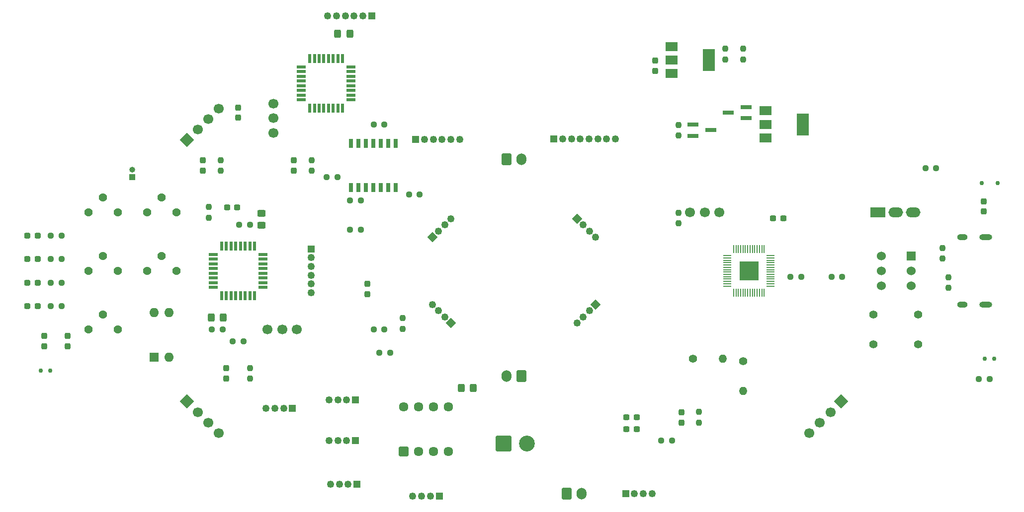
<source format=gts>
%TF.GenerationSoftware,KiCad,Pcbnew,(6.0.9)*%
%TF.CreationDate,2022-12-21T05:14:32+09:00*%
%TF.ProjectId,main,6d61696e-2e6b-4696-9361-645f70636258,rev?*%
%TF.SameCoordinates,Original*%
%TF.FileFunction,Soldermask,Top*%
%TF.FilePolarity,Negative*%
%FSLAX46Y46*%
G04 Gerber Fmt 4.6, Leading zero omitted, Abs format (unit mm)*
G04 Created by KiCad (PCBNEW (6.0.9)) date 2022-12-21 05:14:32*
%MOMM*%
%LPD*%
G01*
G04 APERTURE LIST*
G04 Aperture macros list*
%AMRoundRect*
0 Rectangle with rounded corners*
0 $1 Rounding radius*
0 $2 $3 $4 $5 $6 $7 $8 $9 X,Y pos of 4 corners*
0 Add a 4 corners polygon primitive as box body*
4,1,4,$2,$3,$4,$5,$6,$7,$8,$9,$2,$3,0*
0 Add four circle primitives for the rounded corners*
1,1,$1+$1,$2,$3*
1,1,$1+$1,$4,$5*
1,1,$1+$1,$6,$7*
1,1,$1+$1,$8,$9*
0 Add four rect primitives between the rounded corners*
20,1,$1+$1,$2,$3,$4,$5,0*
20,1,$1+$1,$4,$5,$6,$7,0*
20,1,$1+$1,$6,$7,$8,$9,0*
20,1,$1+$1,$8,$9,$2,$3,0*%
%AMHorizOval*
0 Thick line with rounded ends*
0 $1 width*
0 $2 $3 position (X,Y) of the first rounded end (center of the circle)*
0 $4 $5 position (X,Y) of the second rounded end (center of the circle)*
0 Add line between two ends*
20,1,$1,$2,$3,$4,$5,0*
0 Add two circle primitives to create the rounded ends*
1,1,$1,$2,$3*
1,1,$1,$4,$5*%
%AMRotRect*
0 Rectangle, with rotation*
0 The origin of the aperture is its center*
0 $1 length*
0 $2 width*
0 $3 Rotation angle, in degrees counterclockwise*
0 Add horizontal line*
21,1,$1,$2,0,0,$3*%
G04 Aperture macros list end*
%ADD10RoundRect,0.237500X-0.237500X0.250000X-0.237500X-0.250000X0.237500X-0.250000X0.237500X0.250000X0*%
%ADD11R,2.500000X1.700000*%
%ADD12O,2.500000X1.700000*%
%ADD13C,1.431000*%
%ADD14R,1.250000X1.250000*%
%ADD15C,1.250000*%
%ADD16RoundRect,0.250000X-0.600000X-0.750000X0.600000X-0.750000X0.600000X0.750000X-0.600000X0.750000X0*%
%ADD17O,1.700000X2.000000*%
%ADD18RoundRect,0.237500X0.237500X-0.287500X0.237500X0.287500X-0.237500X0.287500X-0.237500X-0.287500X0*%
%ADD19RoundRect,0.237500X-0.300000X-0.237500X0.300000X-0.237500X0.300000X0.237500X-0.300000X0.237500X0*%
%ADD20RoundRect,0.237500X0.287500X0.237500X-0.287500X0.237500X-0.287500X-0.237500X0.287500X-0.237500X0*%
%ADD21R,2.000000X1.500000*%
%ADD22R,2.000000X3.800000*%
%ADD23RoundRect,0.237500X0.237500X-0.250000X0.237500X0.250000X-0.237500X0.250000X-0.237500X-0.250000X0*%
%ADD24R,1.524000X1.524000*%
%ADD25C,1.524000*%
%ADD26RoundRect,0.250000X0.450000X-0.325000X0.450000X0.325000X-0.450000X0.325000X-0.450000X-0.325000X0*%
%ADD27RoundRect,0.237500X0.250000X0.237500X-0.250000X0.237500X-0.250000X-0.237500X0.250000X-0.237500X0*%
%ADD28RoundRect,0.250001X-1.099999X-1.099999X1.099999X-1.099999X1.099999X1.099999X-1.099999X1.099999X0*%
%ADD29C,2.700000*%
%ADD30RoundRect,0.237500X-0.237500X0.300000X-0.237500X-0.300000X0.237500X-0.300000X0.237500X0.300000X0*%
%ADD31RotRect,1.250000X1.250000X315.000000*%
%ADD32RoundRect,0.237500X-0.250000X-0.237500X0.250000X-0.237500X0.250000X0.237500X-0.250000X0.237500X0*%
%ADD33RoundRect,0.250000X0.325000X0.450000X-0.325000X0.450000X-0.325000X-0.450000X0.325000X-0.450000X0*%
%ADD34R,1.600000X1.600000*%
%ADD35O,1.600000X1.600000*%
%ADD36RoundRect,0.237500X-0.237500X0.287500X-0.237500X-0.287500X0.237500X-0.287500X0.237500X0.287500X0*%
%ADD37R,1.900000X0.800000*%
%ADD38RoundRect,0.250000X0.600000X0.750000X-0.600000X0.750000X-0.600000X-0.750000X0.600000X-0.750000X0*%
%ADD39C,1.400000*%
%ADD40O,1.400000X1.400000*%
%ADD41C,1.397000*%
%ADD42RotRect,1.250000X1.250000X225.000000*%
%ADD43R,1.000000X1.000000*%
%ADD44O,1.000000X1.000000*%
%ADD45RoundRect,0.237500X0.300000X0.237500X-0.300000X0.237500X-0.300000X-0.237500X0.300000X-0.237500X0*%
%ADD46RoundRect,0.101600X0.704800X-0.704800X0.704800X0.704800X-0.704800X0.704800X-0.704800X-0.704800X0*%
%ADD47C,1.612800*%
%ADD48RoundRect,0.237500X0.237500X-0.300000X0.237500X0.300000X-0.237500X0.300000X-0.237500X-0.300000X0*%
%ADD49R,0.698500X1.597660*%
%ADD50RotRect,1.250000X1.250000X135.000000*%
%ADD51R,0.550000X1.600000*%
%ADD52R,1.600000X0.550000*%
%ADD53RotRect,1.250000X1.250000X45.000000*%
%ADD54R,0.200000X1.350000*%
%ADD55R,1.350000X0.200000*%
%ADD56R,3.200000X3.200000*%
%ADD57C,0.750000*%
%ADD58RotRect,1.700000X1.700000X135.000000*%
%ADD59HorizOval,1.700000X0.000000X0.000000X0.000000X0.000000X0*%
%ADD60RotRect,1.700000X1.700000X225.000000*%
%ADD61HorizOval,1.700000X0.000000X0.000000X0.000000X0.000000X0*%
%ADD62C,1.700000*%
%ADD63RotRect,1.700000X1.700000X315.000000*%
%ADD64HorizOval,1.700000X0.000000X0.000000X0.000000X0.000000X0*%
%ADD65O,1.800000X1.000000*%
%ADD66O,2.200000X1.000000*%
G04 APERTURE END LIST*
D10*
%TO.C,R20*%
X105000000Y-116587500D03*
X105000000Y-118412500D03*
%TD*%
D11*
%TO.C,SW5*%
X212000000Y-90000000D03*
D12*
X215000000Y-90000000D03*
X218000000Y-90000000D03*
%TD*%
D13*
%TO.C,RV2*%
X87500000Y-90000000D03*
X90000000Y-87500000D03*
X92500000Y-90000000D03*
%TD*%
D10*
%TO.C,R28*%
X115500000Y-81087500D03*
X115500000Y-82912500D03*
%TD*%
D14*
%TO.C,J17*%
X115450000Y-96250000D03*
D15*
X115450000Y-97750000D03*
X115450000Y-99250000D03*
X115450000Y-100750000D03*
X115450000Y-102250000D03*
X115450000Y-103750000D03*
%TD*%
D16*
%TO.C,J8*%
X148750000Y-81000000D03*
D17*
X151250000Y-81000000D03*
%TD*%
D18*
%TO.C,D4*%
X178500000Y-125875000D03*
X178500000Y-124125000D03*
%TD*%
D19*
%TO.C,C5*%
X169137500Y-127000000D03*
X170862500Y-127000000D03*
%TD*%
D20*
%TO.C,D15*%
X68875000Y-102000000D03*
X67125000Y-102000000D03*
%TD*%
D21*
%TO.C,U1*%
X176850000Y-61700000D03*
D22*
X183150000Y-64000000D03*
D21*
X176850000Y-64000000D03*
X176850000Y-66300000D03*
%TD*%
D23*
%TO.C,R23*%
X100000000Y-82912500D03*
X100000000Y-81087500D03*
%TD*%
D10*
%TO.C,R31*%
X186000000Y-62087500D03*
X186000000Y-63912500D03*
%TD*%
D24*
%TO.C,SW6*%
X217645000Y-97460000D03*
D25*
X217645000Y-100000000D03*
X217645000Y-102540000D03*
X212565000Y-97460000D03*
X212565000Y-100000000D03*
X212565000Y-102540000D03*
%TD*%
D26*
%TO.C,D5*%
X107000000Y-92200000D03*
X107000000Y-90150000D03*
%TD*%
D27*
%TO.C,R7*%
X221912500Y-82500000D03*
X220087500Y-82500000D03*
%TD*%
D14*
%TO.C,J14*%
X123000000Y-122000000D03*
D15*
X121500000Y-122000000D03*
X120000000Y-122000000D03*
X118500000Y-122000000D03*
%TD*%
D28*
%TO.C,J5*%
X148242500Y-129450000D03*
D29*
X152202500Y-129450000D03*
%TD*%
D30*
%TO.C,C10*%
X70000000Y-111137500D03*
X70000000Y-112862500D03*
%TD*%
D31*
%TO.C,J20*%
X139272800Y-108909200D03*
D15*
X138212140Y-107848540D03*
X137151480Y-106787880D03*
X136090819Y-105727219D03*
%TD*%
D32*
%TO.C,R14*%
X122087500Y-88000000D03*
X123912500Y-88000000D03*
%TD*%
D33*
%TO.C,D8*%
X100455000Y-107960000D03*
X98405000Y-107960000D03*
%TD*%
D34*
%TO.C,SW7*%
X88725000Y-114767500D03*
D35*
X91265000Y-114767500D03*
X91265000Y-107147500D03*
X88725000Y-107147500D03*
%TD*%
D10*
%TO.C,R41*%
X131000000Y-108087500D03*
X131000000Y-109912500D03*
%TD*%
D23*
%TO.C,R15*%
X181500000Y-125912500D03*
X181500000Y-124087500D03*
%TD*%
D32*
%TO.C,R34*%
X204087500Y-101000000D03*
X205912500Y-101000000D03*
%TD*%
D36*
%TO.C,D9*%
X112500000Y-81125000D03*
X112500000Y-82875000D03*
%TD*%
D18*
%TO.C,D7*%
X97000000Y-82875000D03*
X97000000Y-81125000D03*
%TD*%
D37*
%TO.C,Q1*%
X189500000Y-73950000D03*
X189500000Y-72050000D03*
X186500000Y-73000000D03*
%TD*%
D38*
%TO.C,J9*%
X151250000Y-118000000D03*
D17*
X148750000Y-118000000D03*
%TD*%
D32*
%TO.C,R8*%
X122087500Y-93000000D03*
X123912500Y-93000000D03*
%TD*%
D16*
%TO.C,J15*%
X159000000Y-138000000D03*
D17*
X161500000Y-138000000D03*
%TD*%
D13*
%TO.C,RV5*%
X77500000Y-110000000D03*
X80000000Y-107500000D03*
X82500000Y-110000000D03*
%TD*%
D27*
%TO.C,R39*%
X127912500Y-110000000D03*
X126087500Y-110000000D03*
%TD*%
%TO.C,R43*%
X72912500Y-98000000D03*
X71087500Y-98000000D03*
%TD*%
D14*
%TO.C,J23*%
X125750000Y-56450000D03*
D15*
X124250000Y-56450000D03*
X122750000Y-56450000D03*
X121250000Y-56450000D03*
X119750000Y-56450000D03*
X118250000Y-56450000D03*
%TD*%
D32*
%TO.C,R13*%
X126087500Y-75000000D03*
X127912500Y-75000000D03*
%TD*%
D13*
%TO.C,RV4*%
X87500000Y-100000000D03*
X90000000Y-97500000D03*
X92500000Y-100000000D03*
%TD*%
D39*
%TO.C,R11*%
X180460000Y-115000000D03*
D40*
X185540000Y-115000000D03*
%TD*%
D41*
%TO.C,SW4*%
X218810000Y-112540000D03*
X211190000Y-112540000D03*
X211190000Y-107460000D03*
X218810000Y-107460000D03*
%TD*%
D42*
%TO.C,J21*%
X136090800Y-94272800D03*
D15*
X137151460Y-93212140D03*
X138212120Y-92151480D03*
X139272781Y-91090819D03*
%TD*%
D37*
%TO.C,Q2*%
X180500000Y-75050000D03*
X180500000Y-76950000D03*
X183500000Y-76000000D03*
%TD*%
D43*
%TO.C,JP1*%
X85000000Y-84000000D03*
D44*
X85000000Y-82730000D03*
%TD*%
D27*
%TO.C,R36*%
X231000000Y-118500000D03*
X229175000Y-118500000D03*
%TD*%
D18*
%TO.C,D18*%
X125000000Y-103962500D03*
X125000000Y-102212500D03*
%TD*%
D32*
%TO.C,R21*%
X102087500Y-112000000D03*
X103912500Y-112000000D03*
%TD*%
D14*
%TO.C,J16*%
X156775000Y-77525000D03*
D15*
X158275000Y-77525000D03*
X159775000Y-77525000D03*
X161275000Y-77525000D03*
X162775000Y-77525000D03*
X164275000Y-77525000D03*
X165775000Y-77525000D03*
X167275000Y-77525000D03*
%TD*%
D23*
%TO.C,R22*%
X98000000Y-90912500D03*
X98000000Y-89087500D03*
%TD*%
D32*
%TO.C,R19*%
X103175000Y-92175000D03*
X105000000Y-92175000D03*
%TD*%
D14*
%TO.C,J6*%
X169000000Y-138000000D03*
D15*
X170500000Y-138000000D03*
X172000000Y-138000000D03*
X173500000Y-138000000D03*
%TD*%
D13*
%TO.C,RV3*%
X77500000Y-100000000D03*
X80000000Y-97500000D03*
X82500000Y-100000000D03*
%TD*%
D14*
%TO.C,J2*%
X112250000Y-123450000D03*
D15*
X110750000Y-123450000D03*
X109250000Y-123450000D03*
X107750000Y-123450000D03*
%TD*%
D23*
%TO.C,R30*%
X178000000Y-91912500D03*
X178000000Y-90087500D03*
%TD*%
D45*
%TO.C,C7*%
X102862500Y-89175000D03*
X101137500Y-89175000D03*
%TD*%
D46*
%TO.C,U11*%
X131190000Y-130810000D03*
D47*
X133730000Y-130810000D03*
X136270000Y-130810000D03*
X138810000Y-130810000D03*
X138810000Y-123190000D03*
X136270000Y-123190000D03*
X133730000Y-123190000D03*
X131190000Y-123190000D03*
%TD*%
D27*
%TO.C,R10*%
X119912500Y-84000000D03*
X118087500Y-84000000D03*
%TD*%
D14*
%TO.C,J22*%
X137250000Y-138450000D03*
D15*
X135750000Y-138450000D03*
X134250000Y-138450000D03*
X132750000Y-138450000D03*
%TD*%
D48*
%TO.C,C1*%
X174000000Y-65862500D03*
X174000000Y-64137500D03*
%TD*%
D36*
%TO.C,D6*%
X101000000Y-116625000D03*
X101000000Y-118375000D03*
%TD*%
D48*
%TO.C,C2*%
X230000000Y-89862500D03*
X230000000Y-88137500D03*
%TD*%
D49*
%TO.C,U2*%
X129807460Y-78235720D03*
X128537460Y-78235720D03*
X127267460Y-78235720D03*
X126000000Y-78235720D03*
X124732540Y-78235720D03*
X123462540Y-78235720D03*
X122192540Y-78235720D03*
X122192540Y-85764280D03*
X123462540Y-85764280D03*
X124732540Y-85764280D03*
X126000000Y-85764280D03*
X127267460Y-85764280D03*
X128537460Y-85764280D03*
X129807460Y-85764280D03*
%TD*%
D13*
%TO.C,RV1*%
X77500000Y-90000000D03*
X80000000Y-87500000D03*
X82500000Y-90000000D03*
%TD*%
D14*
%TO.C,J24*%
X133250000Y-77550000D03*
D15*
X134750000Y-77550000D03*
X136250000Y-77550000D03*
X137750000Y-77550000D03*
X139250000Y-77550000D03*
X140750000Y-77550000D03*
%TD*%
D10*
%TO.C,R1*%
X224000000Y-101087500D03*
X224000000Y-102912500D03*
%TD*%
D27*
%TO.C,R45*%
X72912500Y-106000000D03*
X71087500Y-106000000D03*
%TD*%
D50*
%TO.C,J18*%
X160727200Y-91090800D03*
D15*
X161787860Y-92151460D03*
X162848520Y-93212120D03*
X163909181Y-94272781D03*
%TD*%
D30*
%TO.C,C9*%
X74000000Y-111137500D03*
X74000000Y-112862500D03*
%TD*%
D21*
%TO.C,U9*%
X192850000Y-72700000D03*
X192850000Y-75000000D03*
D22*
X199150000Y-75000000D03*
D21*
X192850000Y-77300000D03*
%TD*%
D19*
%TO.C,C26*%
X169137500Y-125000000D03*
X170862500Y-125000000D03*
%TD*%
D51*
%TO.C,U5*%
X100200000Y-104250000D03*
X101000000Y-104250000D03*
X101800000Y-104250000D03*
X102600000Y-104250000D03*
X103400000Y-104250000D03*
X104200000Y-104250000D03*
X105000000Y-104250000D03*
X105800000Y-104250000D03*
D52*
X107250000Y-102800000D03*
X107250000Y-102000000D03*
X107250000Y-101200000D03*
X107250000Y-100400000D03*
X107250000Y-99600000D03*
X107250000Y-98800000D03*
X107250000Y-98000000D03*
X107250000Y-97200000D03*
D51*
X105800000Y-95750000D03*
X105000000Y-95750000D03*
X104200000Y-95750000D03*
X103400000Y-95750000D03*
X102600000Y-95750000D03*
X101800000Y-95750000D03*
X101000000Y-95750000D03*
X100200000Y-95750000D03*
D52*
X98750000Y-97200000D03*
X98750000Y-98000000D03*
X98750000Y-98800000D03*
X98750000Y-99600000D03*
X98750000Y-100400000D03*
X98750000Y-101200000D03*
X98750000Y-102000000D03*
X98750000Y-102800000D03*
%TD*%
D48*
%TO.C,C4*%
X103000000Y-73862500D03*
X103000000Y-72137500D03*
%TD*%
D32*
%TO.C,R12*%
X132087500Y-87000000D03*
X133912500Y-87000000D03*
%TD*%
D20*
%TO.C,D16*%
X68875000Y-106000000D03*
X67125000Y-106000000D03*
%TD*%
D23*
%TO.C,R2*%
X223000000Y-97912500D03*
X223000000Y-96087500D03*
%TD*%
D20*
%TO.C,D13*%
X68875000Y-94000000D03*
X67125000Y-94000000D03*
%TD*%
D52*
%TO.C,U6*%
X113750000Y-65200000D03*
X113750000Y-66000000D03*
X113750000Y-66800000D03*
X113750000Y-67600000D03*
X113750000Y-68400000D03*
X113750000Y-69200000D03*
X113750000Y-70000000D03*
X113750000Y-70800000D03*
D51*
X115200000Y-72250000D03*
X116000000Y-72250000D03*
X116800000Y-72250000D03*
X117600000Y-72250000D03*
X118400000Y-72250000D03*
X119200000Y-72250000D03*
X120000000Y-72250000D03*
X120800000Y-72250000D03*
D52*
X122250000Y-70800000D03*
X122250000Y-70000000D03*
X122250000Y-69200000D03*
X122250000Y-68400000D03*
X122250000Y-67600000D03*
X122250000Y-66800000D03*
X122250000Y-66000000D03*
X122250000Y-65200000D03*
D51*
X120800000Y-63750000D03*
X120000000Y-63750000D03*
X119200000Y-63750000D03*
X118400000Y-63750000D03*
X117600000Y-63750000D03*
X116800000Y-63750000D03*
X116000000Y-63750000D03*
X115200000Y-63750000D03*
%TD*%
D53*
%TO.C,J19*%
X163909200Y-105727200D03*
D15*
X162848540Y-106787860D03*
X161787880Y-107848520D03*
X160727219Y-108909181D03*
%TD*%
D32*
%TO.C,R33*%
X197087500Y-101000000D03*
X198912500Y-101000000D03*
%TD*%
D19*
%TO.C,C20*%
X194137500Y-91000000D03*
X195862500Y-91000000D03*
%TD*%
D33*
%TO.C,D17*%
X143025000Y-120000000D03*
X140975000Y-120000000D03*
%TD*%
D23*
%TO.C,R32*%
X189000000Y-63912500D03*
X189000000Y-62087500D03*
%TD*%
D20*
%TO.C,D14*%
X68875000Y-98000000D03*
X67125000Y-98000000D03*
%TD*%
D27*
%TO.C,R38*%
X128912500Y-114000000D03*
X127087500Y-114000000D03*
%TD*%
D14*
%TO.C,J11*%
X123000000Y-129000000D03*
D15*
X121500000Y-129000000D03*
X120000000Y-129000000D03*
X118500000Y-129000000D03*
%TD*%
D27*
%TO.C,R4*%
X176912500Y-129000000D03*
X175087500Y-129000000D03*
%TD*%
D54*
%TO.C,U7*%
X192600000Y-96300000D03*
X192200000Y-96300000D03*
X191800000Y-96300000D03*
X191400000Y-96300000D03*
X191000000Y-96300000D03*
X190600000Y-96300000D03*
X190200000Y-96300000D03*
X189800000Y-96300000D03*
X189400000Y-96300000D03*
X189000000Y-96300000D03*
X188600000Y-96300000D03*
X188200000Y-96300000D03*
X187800000Y-96300000D03*
X187400000Y-96300000D03*
D55*
X186300000Y-97400000D03*
X186300000Y-97800000D03*
X186300000Y-98200000D03*
X186300000Y-98600000D03*
X186300000Y-99000000D03*
X186300000Y-99400000D03*
X186300000Y-99800000D03*
X186300000Y-100200000D03*
X186300000Y-100600000D03*
X186300000Y-101000000D03*
X186300000Y-101400000D03*
X186300000Y-101800000D03*
X186300000Y-102200000D03*
X186300000Y-102600000D03*
D54*
X187400000Y-103700000D03*
X187800000Y-103700000D03*
X188200000Y-103700000D03*
X188600000Y-103700000D03*
X189000000Y-103700000D03*
X189400000Y-103700000D03*
X189800000Y-103700000D03*
X190200000Y-103700000D03*
X190600000Y-103700000D03*
X191000000Y-103700000D03*
X191400000Y-103700000D03*
X191800000Y-103700000D03*
X192200000Y-103700000D03*
X192600000Y-103700000D03*
D55*
X193700000Y-102600000D03*
X193700000Y-102200000D03*
X193700000Y-101800000D03*
X193700000Y-101400000D03*
X193700000Y-101000000D03*
X193700000Y-100600000D03*
X193700000Y-100200000D03*
X193700000Y-99800000D03*
X193700000Y-99400000D03*
X193700000Y-99000000D03*
X193700000Y-98600000D03*
X193700000Y-98200000D03*
X193700000Y-97800000D03*
X193700000Y-97400000D03*
D56*
X190000000Y-100000000D03*
%TD*%
D39*
%TO.C,R9*%
X189000000Y-115460000D03*
D40*
X189000000Y-120540000D03*
%TD*%
D27*
%TO.C,R44*%
X72912500Y-102000000D03*
X71087500Y-102000000D03*
%TD*%
D32*
%TO.C,R24*%
X98542500Y-109960000D03*
X100367500Y-109960000D03*
%TD*%
D23*
%TO.C,R16*%
X178000000Y-76912500D03*
X178000000Y-75087500D03*
%TD*%
D14*
%TO.C,J3*%
X123250000Y-136450000D03*
D15*
X121750000Y-136450000D03*
X120250000Y-136450000D03*
X118750000Y-136450000D03*
%TD*%
D33*
%TO.C,D10*%
X122025000Y-59500000D03*
X119975000Y-59500000D03*
%TD*%
D27*
%TO.C,R42*%
X72912500Y-94000000D03*
X71087500Y-94000000D03*
%TD*%
D57*
%TO.C,SW1*%
X229625000Y-85000000D03*
X232375000Y-85000000D03*
%TD*%
D58*
%TO.C,J4*%
X205687000Y-122313000D03*
D59*
X203890949Y-124109051D03*
X202094898Y-125905102D03*
X200298846Y-127701154D03*
%TD*%
D57*
%TO.C,SW2*%
X69400000Y-117000000D03*
X71000000Y-117000000D03*
%TD*%
D60*
%TO.C,J12*%
X94313000Y-122313000D03*
D61*
X96109051Y-124109051D03*
X97905102Y-125905102D03*
X99701154Y-127701154D03*
%TD*%
D62*
%TO.C,Y3*%
X185000000Y-90000000D03*
X182500000Y-90000000D03*
X180000000Y-90000000D03*
%TD*%
D63*
%TO.C,J13*%
X94313000Y-77687000D03*
D64*
X96109051Y-75890949D03*
X97905102Y-74094898D03*
X99701154Y-72298846D03*
%TD*%
D57*
%TO.C,SW3*%
X231800000Y-115000000D03*
X230200000Y-115000000D03*
%TD*%
D62*
%TO.C,Y2*%
X109000000Y-76450000D03*
X109000000Y-73950000D03*
X109000000Y-71450000D03*
%TD*%
%TO.C,Y1*%
X108000000Y-110000000D03*
X110500000Y-110000000D03*
X113000000Y-110000000D03*
%TD*%
D65*
%TO.C,J1*%
X226380000Y-94250000D03*
D66*
X230380000Y-94250000D03*
X230380000Y-105750000D03*
D65*
X226380000Y-105750000D03*
%TD*%
M02*

</source>
